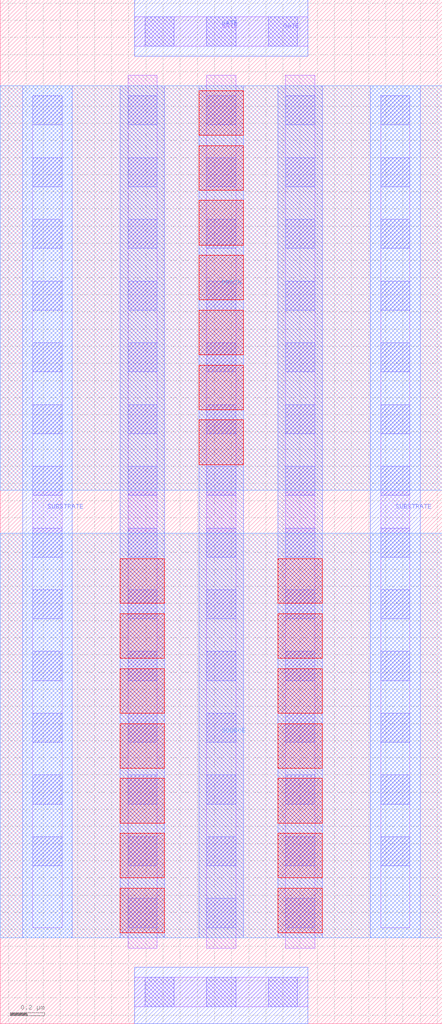
<source format=lef>
# Copyright 2020 The SkyWater PDK Authors
#
# Licensed under the Apache License, Version 2.0 (the "License");
# you may not use this file except in compliance with the License.
# You may obtain a copy of the License at
#
#     https://www.apache.org/licenses/LICENSE-2.0
#
# Unless required by applicable law or agreed to in writing, software
# distributed under the License is distributed on an "AS IS" BASIS,
# WITHOUT WARRANTIES OR CONDITIONS OF ANY KIND, either express or implied.
# See the License for the specific language governing permissions and
# limitations under the License.
#
# SPDX-License-Identifier: Apache-2.0

VERSION 5.7 ;
  NOWIREEXTENSIONATPIN ON ;
  DIVIDERCHAR "/" ;
  BUSBITCHARS "[]" ;
MACRO sky130_fd_pr__rf_nfet_01v8_lvt_aM02W5p00L0p18
  CLASS BLOCK ;
  FOREIGN sky130_fd_pr__rf_nfet_01v8_lvt_aM02W5p00L0p18 ;
  ORIGIN -0.050000 -0.050000 ;
  SIZE  2.580000 BY  5.970000 ;
  PIN DRAIN
    ANTENNADIFFAREA  1.414000 ;
    PORT
      LAYER met2 ;
        RECT 0.050000 3.160000 2.630000 5.520000 ;
    END
  END DRAIN
  PIN GATE
    ANTENNAGATEAREA  1.818000 ;
    PORT
      LAYER li1 ;
        RECT 0.835000 0.150000 1.845000 0.320000 ;
        RECT 0.835000 5.750000 1.845000 5.920000 ;
      LAYER mcon ;
        RECT 0.895000 0.150000 1.065000 0.320000 ;
        RECT 0.895000 5.750000 1.065000 5.920000 ;
        RECT 1.255000 0.150000 1.425000 0.320000 ;
        RECT 1.255000 5.750000 1.425000 5.920000 ;
        RECT 1.615000 0.150000 1.785000 0.320000 ;
        RECT 1.615000 5.750000 1.785000 5.920000 ;
    END
    PORT
      LAYER met1 ;
        RECT 0.835000 0.050000 1.845000 0.380000 ;
        RECT 0.835000 5.690000 1.845000 6.020000 ;
    END
  END GATE
  PIN SOURCE
    ANTENNADIFFAREA  2.828000 ;
    PORT
      LAYER met2 ;
        RECT 0.050000 0.550000 2.630000 2.910000 ;
    END
  END SOURCE
  PIN SUBSTRATE
    ANTENNADIFFAREA  1.464500 ;
    PORT
      LAYER met1 ;
        RECT 0.180000 0.550000 0.470000 5.520000 ;
    END
    PORT
      LAYER met1 ;
        RECT 2.210000 0.550000 2.500000 5.520000 ;
    END
  END SUBSTRATE
  OBS
    LAYER li1 ;
      RECT 0.240000 0.610000 0.410000 5.460000 ;
      RECT 0.795000 0.490000 0.965000 5.580000 ;
      RECT 1.255000 0.490000 1.425000 5.580000 ;
      RECT 1.715000 0.490000 1.885000 5.580000 ;
      RECT 2.270000 0.610000 2.440000 5.460000 ;
    LAYER mcon ;
      RECT 0.240000 0.970000 0.410000 1.140000 ;
      RECT 0.240000 1.330000 0.410000 1.500000 ;
      RECT 0.240000 1.690000 0.410000 1.860000 ;
      RECT 0.240000 2.050000 0.410000 2.220000 ;
      RECT 0.240000 2.410000 0.410000 2.580000 ;
      RECT 0.240000 2.770000 0.410000 2.940000 ;
      RECT 0.240000 3.130000 0.410000 3.300000 ;
      RECT 0.240000 3.490000 0.410000 3.660000 ;
      RECT 0.240000 3.850000 0.410000 4.020000 ;
      RECT 0.240000 4.210000 0.410000 4.380000 ;
      RECT 0.240000 4.570000 0.410000 4.740000 ;
      RECT 0.240000 4.930000 0.410000 5.100000 ;
      RECT 0.240000 5.290000 0.410000 5.460000 ;
      RECT 0.795000 0.610000 0.965000 0.780000 ;
      RECT 0.795000 0.970000 0.965000 1.140000 ;
      RECT 0.795000 1.330000 0.965000 1.500000 ;
      RECT 0.795000 1.690000 0.965000 1.860000 ;
      RECT 0.795000 2.050000 0.965000 2.220000 ;
      RECT 0.795000 2.410000 0.965000 2.580000 ;
      RECT 0.795000 2.770000 0.965000 2.940000 ;
      RECT 0.795000 3.130000 0.965000 3.300000 ;
      RECT 0.795000 3.490000 0.965000 3.660000 ;
      RECT 0.795000 3.850000 0.965000 4.020000 ;
      RECT 0.795000 4.210000 0.965000 4.380000 ;
      RECT 0.795000 4.570000 0.965000 4.740000 ;
      RECT 0.795000 4.930000 0.965000 5.100000 ;
      RECT 0.795000 5.290000 0.965000 5.460000 ;
      RECT 1.255000 0.610000 1.425000 0.780000 ;
      RECT 1.255000 0.970000 1.425000 1.140000 ;
      RECT 1.255000 1.330000 1.425000 1.500000 ;
      RECT 1.255000 1.690000 1.425000 1.860000 ;
      RECT 1.255000 2.050000 1.425000 2.220000 ;
      RECT 1.255000 2.410000 1.425000 2.580000 ;
      RECT 1.255000 2.770000 1.425000 2.940000 ;
      RECT 1.255000 3.130000 1.425000 3.300000 ;
      RECT 1.255000 3.490000 1.425000 3.660000 ;
      RECT 1.255000 3.850000 1.425000 4.020000 ;
      RECT 1.255000 4.210000 1.425000 4.380000 ;
      RECT 1.255000 4.570000 1.425000 4.740000 ;
      RECT 1.255000 4.930000 1.425000 5.100000 ;
      RECT 1.255000 5.290000 1.425000 5.460000 ;
      RECT 1.715000 0.610000 1.885000 0.780000 ;
      RECT 1.715000 0.970000 1.885000 1.140000 ;
      RECT 1.715000 1.330000 1.885000 1.500000 ;
      RECT 1.715000 1.690000 1.885000 1.860000 ;
      RECT 1.715000 2.050000 1.885000 2.220000 ;
      RECT 1.715000 2.410000 1.885000 2.580000 ;
      RECT 1.715000 2.770000 1.885000 2.940000 ;
      RECT 1.715000 3.130000 1.885000 3.300000 ;
      RECT 1.715000 3.490000 1.885000 3.660000 ;
      RECT 1.715000 3.850000 1.885000 4.020000 ;
      RECT 1.715000 4.210000 1.885000 4.380000 ;
      RECT 1.715000 4.570000 1.885000 4.740000 ;
      RECT 1.715000 4.930000 1.885000 5.100000 ;
      RECT 1.715000 5.290000 1.885000 5.460000 ;
      RECT 2.270000 0.970000 2.440000 1.140000 ;
      RECT 2.270000 1.330000 2.440000 1.500000 ;
      RECT 2.270000 1.690000 2.440000 1.860000 ;
      RECT 2.270000 2.050000 2.440000 2.220000 ;
      RECT 2.270000 2.410000 2.440000 2.580000 ;
      RECT 2.270000 2.770000 2.440000 2.940000 ;
      RECT 2.270000 3.130000 2.440000 3.300000 ;
      RECT 2.270000 3.490000 2.440000 3.660000 ;
      RECT 2.270000 3.850000 2.440000 4.020000 ;
      RECT 2.270000 4.210000 2.440000 4.380000 ;
      RECT 2.270000 4.570000 2.440000 4.740000 ;
      RECT 2.270000 4.930000 2.440000 5.100000 ;
      RECT 2.270000 5.290000 2.440000 5.460000 ;
    LAYER met1 ;
      RECT 0.750000 0.550000 1.010000 5.520000 ;
      RECT 1.210000 0.550000 1.470000 5.520000 ;
      RECT 1.670000 0.550000 1.930000 5.520000 ;
    LAYER via ;
      RECT 0.750000 0.580000 1.010000 0.840000 ;
      RECT 0.750000 0.900000 1.010000 1.160000 ;
      RECT 0.750000 1.220000 1.010000 1.480000 ;
      RECT 0.750000 1.540000 1.010000 1.800000 ;
      RECT 0.750000 1.860000 1.010000 2.120000 ;
      RECT 0.750000 2.180000 1.010000 2.440000 ;
      RECT 0.750000 2.500000 1.010000 2.760000 ;
      RECT 1.210000 3.310000 1.470000 3.570000 ;
      RECT 1.210000 3.630000 1.470000 3.890000 ;
      RECT 1.210000 3.950000 1.470000 4.210000 ;
      RECT 1.210000 4.270000 1.470000 4.530000 ;
      RECT 1.210000 4.590000 1.470000 4.850000 ;
      RECT 1.210000 4.910000 1.470000 5.170000 ;
      RECT 1.210000 5.230000 1.470000 5.490000 ;
      RECT 1.670000 0.580000 1.930000 0.840000 ;
      RECT 1.670000 0.900000 1.930000 1.160000 ;
      RECT 1.670000 1.220000 1.930000 1.480000 ;
      RECT 1.670000 1.540000 1.930000 1.800000 ;
      RECT 1.670000 1.860000 1.930000 2.120000 ;
      RECT 1.670000 2.180000 1.930000 2.440000 ;
      RECT 1.670000 2.500000 1.930000 2.760000 ;
  END
END sky130_fd_pr__rf_nfet_01v8_lvt_aM02W5p00L0p18
END LIBRARY

</source>
